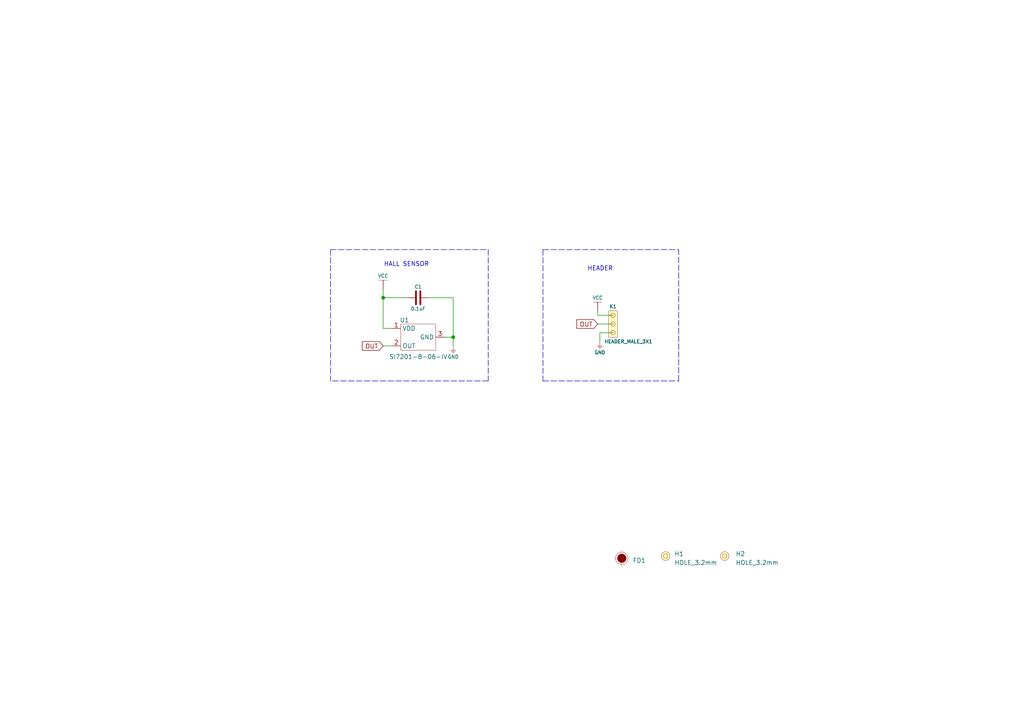
<source format=kicad_sch>
(kicad_sch (version 20210126) (generator eeschema)

  (paper "A4")

  (lib_symbols
    (symbol "e-radionica.com schematics:0603C" (pin_numbers hide) (pin_names (offset 0.002)) (in_bom yes) (on_board yes)
      (property "Reference" "C" (id 0) (at -0.635 3.175 0)
        (effects (font (size 1 1)))
      )
      (property "Value" "0603C" (id 1) (at 0 -3.175 0)
        (effects (font (size 1 1)))
      )
      (property "Footprint" "e-radionica.com footprinti:0603C" (id 2) (at 0 0 0)
        (effects (font (size 1 1)) hide)
      )
      (property "Datasheet" "" (id 3) (at 0 0 0)
        (effects (font (size 1 1)) hide)
      )
      (symbol "0603C_0_1"
        (polyline
          (pts
            (xy -0.635 1.905)
            (xy -0.635 -1.905)
          )
          (stroke (width 0.5)) (fill (type none))
        )
        (polyline
          (pts
            (xy 0.635 1.905)
            (xy 0.635 -1.905)
          )
          (stroke (width 0.5)) (fill (type none))
        )
      )
      (symbol "0603C_1_1"
        (pin passive line (at 3.175 0 180) (length 2.54)
          (name "~" (effects (font (size 1.27 1.27))))
          (number "2" (effects (font (size 1.27 1.27))))
        )
        (pin passive line (at -3.175 0 0) (length 2.54)
          (name "~" (effects (font (size 1.27 1.27))))
          (number "1" (effects (font (size 1.27 1.27))))
        )
      )
    )
    (symbol "e-radionica.com schematics:Fiducial_Stencil" (pin_numbers hide) (pin_names hide) (in_bom yes) (on_board yes)
      (property "Reference" "FD?" (id 0) (at 0 3.048 0)
        (effects (font (size 1.27 1.27)))
      )
      (property "Value" "Fiducial_Stencil" (id 1) (at 0 -2.794 0)
        (effects (font (size 1.27 1.27)) hide)
      )
      (property "Footprint" "e-radionica.com footprinti:FIDUCIAL_1MM_PASTE" (id 2) (at 0 -6.35 0)
        (effects (font (size 1.27 1.27)) hide)
      )
      (property "Datasheet" "" (id 3) (at 0 0 0)
        (effects (font (size 1.27 1.27)) hide)
      )
      (symbol "Fiducial_Stencil_0_1"
        (circle (center 0 0) (radius 1.7961) (stroke (width 0.0006)) (fill (type none)))
        (circle (center 0 0) (radius 1.27) (stroke (width 0.001)) (fill (type outline)))
        (polyline
          (pts
            (xy 1.778 0)
            (xy 2.032 0)
          )
          (stroke (width 0.0006)) (fill (type none))
        )
        (polyline
          (pts
            (xy 0 1.778)
            (xy 0 2.032)
          )
          (stroke (width 0.0006)) (fill (type none))
        )
        (polyline
          (pts
            (xy -1.778 0)
            (xy -2.032 0)
          )
          (stroke (width 0.0006)) (fill (type none))
        )
        (polyline
          (pts
            (xy 0 -1.778)
            (xy 0 -2.032)
          )
          (stroke (width 0.0006)) (fill (type none))
        )
      )
    )
    (symbol "e-radionica.com schematics:GND" (power) (pin_names (offset 0)) (in_bom yes) (on_board yes)
      (property "Reference" "#PWR" (id 0) (at 4.445 0 0)
        (effects (font (size 1 1)) hide)
      )
      (property "Value" "GND" (id 1) (at 0 -2.921 0)
        (effects (font (size 1 1)))
      )
      (property "Footprint" "" (id 2) (at 4.445 3.81 0)
        (effects (font (size 1 1)) hide)
      )
      (property "Datasheet" "" (id 3) (at 4.445 3.81 0)
        (effects (font (size 1 1)) hide)
      )
      (property "ki_keywords" "power-flag" (id 4) (at 0 0 0)
        (effects (font (size 1.27 1.27)) hide)
      )
      (property "ki_description" "Power symbol creates a global label with name \"+3V3\"" (id 5) (at 0 0 0)
        (effects (font (size 1.27 1.27)) hide)
      )
      (symbol "GND_0_1"
        (polyline
          (pts
            (xy 0 0)
            (xy 0 -1.27)
          )
          (stroke (width 0.0006)) (fill (type none))
        )
        (polyline
          (pts
            (xy -0.762 -1.27)
            (xy 0.762 -1.27)
          )
          (stroke (width 0.0006)) (fill (type none))
        )
        (polyline
          (pts
            (xy -0.381 -1.778)
            (xy 0.381 -1.778)
          )
          (stroke (width 0.0006)) (fill (type none))
        )
        (polyline
          (pts
            (xy -0.127 -2.032)
            (xy 0.127 -2.032)
          )
          (stroke (width 0.0006)) (fill (type none))
        )
        (polyline
          (pts
            (xy -0.635 -1.524)
            (xy 0.635 -1.524)
          )
          (stroke (width 0.0006)) (fill (type none))
        )
      )
      (symbol "GND_1_1"
        (pin power_in line (at 0 0 270) (length 0) hide
          (name "GND" (effects (font (size 1.27 1.27))))
          (number "1" (effects (font (size 1.27 1.27))))
        )
      )
    )
    (symbol "e-radionica.com schematics:HEADER_MALE_3X1" (pin_numbers hide) (pin_names hide) (in_bom yes) (on_board yes)
      (property "Reference" "K" (id 0) (at -0.635 5.08 0)
        (effects (font (size 1 1)))
      )
      (property "Value" "HEADER_MALE_3X1" (id 1) (at 0 -5.08 0)
        (effects (font (size 1 1)))
      )
      (property "Footprint" "e-radionica.com footprinti:HEADER_MALE_3X1" (id 2) (at 0 -7.62 0)
        (effects (font (size 1 1)) hide)
      )
      (property "Datasheet" "" (id 3) (at 0 -2.54 0)
        (effects (font (size 1 1)) hide)
      )
      (symbol "HEADER_MALE_3X1_0_1"
        (circle (center 0 -2.54) (radius 0.635) (stroke (width 0.0006)) (fill (type none)))
        (circle (center 0 0) (radius 0.635) (stroke (width 0.0006)) (fill (type none)))
        (circle (center 0 2.54) (radius 0.635) (stroke (width 0.0006)) (fill (type none)))
        (rectangle (start 1.27 -3.81) (end -1.27 3.81)
          (stroke (width 0.001)) (fill (type background))
        )
      )
      (symbol "HEADER_MALE_3X1_1_1"
        (pin passive line (at 0 -2.54 180) (length 0)
          (name "~" (effects (font (size 1 1))))
          (number "1" (effects (font (size 1 1))))
        )
        (pin passive line (at 0 0 180) (length 0)
          (name "~" (effects (font (size 1 1))))
          (number "2" (effects (font (size 1 1))))
        )
        (pin passive line (at 0 2.54 180) (length 0)
          (name "~" (effects (font (size 1 1))))
          (number "3" (effects (font (size 1 1))))
        )
      )
    )
    (symbol "e-radionica.com schematics:HOLE_3.2mm" (pin_numbers hide) (pin_names hide) (in_bom yes) (on_board yes)
      (property "Reference" "H" (id 0) (at 0 2.54 0)
        (effects (font (size 1.27 1.27)))
      )
      (property "Value" "HOLE_3.2mm" (id 1) (at 0 -2.54 0)
        (effects (font (size 1.27 1.27)))
      )
      (property "Footprint" "e-radionica.com footprinti:HOLE_3.2mm" (id 2) (at 0 0 0)
        (effects (font (size 1.27 1.27)) hide)
      )
      (property "Datasheet" "" (id 3) (at 0 0 0)
        (effects (font (size 1.27 1.27)) hide)
      )
      (symbol "HOLE_3.2mm_0_1"
        (circle (center 0 0) (radius 1.27) (stroke (width 0.001)) (fill (type background)))
        (circle (center 0 0) (radius 0.635) (stroke (width 0.0006)) (fill (type none)))
      )
    )
    (symbol "e-radionica.com schematics:SI7201-B-06-IV" (in_bom yes) (on_board yes)
      (property "Reference" "U" (id 0) (at -3.81 5.08 0)
        (effects (font (size 1.27 1.27)))
      )
      (property "Value" "SI7201-B-06-IV" (id 1) (at 0 -5.08 0)
        (effects (font (size 1.27 1.27)))
      )
      (property "Footprint" "e-radionica.com footprinti:SOT-23-3" (id 2) (at 0 -7.62 0)
        (effects (font (size 1.27 1.27)) hide)
      )
      (property "Datasheet" "" (id 3) (at 0 0 0)
        (effects (font (size 1.27 1.27)) hide)
      )
      (symbol "SI7201-B-06-IV_0_1"
        (rectangle (start -5.08 3.81) (end 5.08 -3.81)
          (stroke (width 0.0006)) (fill (type none))
        )
      )
      (symbol "SI7201-B-06-IV_1_1"
        (pin power_in line (at -7.62 2.54 0) (length 2.54)
          (name "VDD" (effects (font (size 1.27 1.27))))
          (number "1" (effects (font (size 1.27 1.27))))
        )
        (pin output line (at -7.62 -2.54 0) (length 2.54)
          (name "OUT" (effects (font (size 1.27 1.27))))
          (number "2" (effects (font (size 1.27 1.27))))
        )
        (pin power_in line (at 7.62 0 180) (length 2.54)
          (name "GND" (effects (font (size 1.27 1.27))))
          (number "3" (effects (font (size 1.27 1.27))))
        )
      )
    )
    (symbol "e-radionica.com schematics:VCC" (power) (pin_names (offset 0)) (in_bom yes) (on_board yes)
      (property "Reference" "#PWR" (id 0) (at 4.445 0 0)
        (effects (font (size 1 1)) hide)
      )
      (property "Value" "VCC" (id 1) (at 0 3.556 0)
        (effects (font (size 1 1)))
      )
      (property "Footprint" "" (id 2) (at 4.445 3.81 0)
        (effects (font (size 1 1)) hide)
      )
      (property "Datasheet" "" (id 3) (at 4.445 3.81 0)
        (effects (font (size 1 1)) hide)
      )
      (property "ki_keywords" "power-flag" (id 4) (at 0 0 0)
        (effects (font (size 1.27 1.27)) hide)
      )
      (property "ki_description" "Power symbol creates a global label with name \"+3V3\"" (id 5) (at 0 0 0)
        (effects (font (size 1.27 1.27)) hide)
      )
      (symbol "VCC_0_1"
        (polyline
          (pts
            (xy 0 0)
            (xy 0 2.54)
          )
          (stroke (width 0)) (fill (type none))
        )
        (polyline
          (pts
            (xy -1.27 2.54)
            (xy 1.27 2.54)
          )
          (stroke (width 0.0006)) (fill (type none))
        )
      )
      (symbol "VCC_1_1"
        (pin power_in line (at 0 0 90) (length 0) hide
          (name "VCC" (effects (font (size 1.27 1.27))))
          (number "1" (effects (font (size 1.27 1.27))))
        )
      )
    )
  )

  (junction (at 111.125 86.36) (diameter 0.9144) (color 0 0 0 0))
  (junction (at 131.445 97.79) (diameter 0.9144) (color 0 0 0 0))

  (wire (pts (xy 111.125 83.82) (xy 111.125 86.36))
    (stroke (width 0) (type solid) (color 0 0 0 0))
    (uuid 7802b948-9379-40db-b159-a67fc1bbe75c)
  )
  (wire (pts (xy 111.125 86.36) (xy 111.125 95.25))
    (stroke (width 0) (type solid) (color 0 0 0 0))
    (uuid 7802b948-9379-40db-b159-a67fc1bbe75c)
  )
  (wire (pts (xy 111.125 86.36) (xy 118.11 86.36))
    (stroke (width 0) (type solid) (color 0 0 0 0))
    (uuid fe30e30f-118b-4bc7-89ec-9beb49197aa5)
  )
  (wire (pts (xy 111.125 95.25) (xy 113.665 95.25))
    (stroke (width 0) (type solid) (color 0 0 0 0))
    (uuid 7802b948-9379-40db-b159-a67fc1bbe75c)
  )
  (wire (pts (xy 111.125 100.33) (xy 113.665 100.33))
    (stroke (width 0) (type solid) (color 0 0 0 0))
    (uuid dfeeb048-8356-4fff-9039-c10669f741f0)
  )
  (wire (pts (xy 124.46 86.36) (xy 131.445 86.36))
    (stroke (width 0) (type solid) (color 0 0 0 0))
    (uuid 38fdcc20-988f-49da-b2bc-eebafb71f54e)
  )
  (wire (pts (xy 128.905 97.79) (xy 131.445 97.79))
    (stroke (width 0) (type solid) (color 0 0 0 0))
    (uuid b8fb89ea-3bc7-4abf-b631-6f1b5c0fbc84)
  )
  (wire (pts (xy 131.445 86.36) (xy 131.445 97.79))
    (stroke (width 0) (type solid) (color 0 0 0 0))
    (uuid 38fdcc20-988f-49da-b2bc-eebafb71f54e)
  )
  (wire (pts (xy 131.445 97.79) (xy 131.445 100.33))
    (stroke (width 0) (type solid) (color 0 0 0 0))
    (uuid b8fb89ea-3bc7-4abf-b631-6f1b5c0fbc84)
  )
  (wire (pts (xy 173.355 91.44) (xy 173.355 90.17))
    (stroke (width 0) (type solid) (color 0 0 0 0))
    (uuid ee18a6b6-4a07-451d-b486-e139280d3fb4)
  )
  (wire (pts (xy 173.355 93.98) (xy 177.8 93.98))
    (stroke (width 0) (type solid) (color 0 0 0 0))
    (uuid ecde8491-5f0b-488d-abfd-edd28e3b895d)
  )
  (wire (pts (xy 173.99 96.52) (xy 173.99 99.06))
    (stroke (width 0) (type solid) (color 0 0 0 0))
    (uuid 73f09e63-9ff6-4e00-aab1-6e51a032380a)
  )
  (wire (pts (xy 177.8 91.44) (xy 173.355 91.44))
    (stroke (width 0) (type solid) (color 0 0 0 0))
    (uuid ee18a6b6-4a07-451d-b486-e139280d3fb4)
  )
  (wire (pts (xy 177.8 96.52) (xy 173.99 96.52))
    (stroke (width 0) (type solid) (color 0 0 0 0))
    (uuid 73f09e63-9ff6-4e00-aab1-6e51a032380a)
  )
  (polyline (pts (xy 95.885 72.39) (xy 95.885 110.49))
    (stroke (width 0) (type dash) (color 0 0 0 0))
    (uuid 3267ad2b-435d-4bf1-9d17-8eb52920ec88)
  )
  (polyline (pts (xy 95.885 72.39) (xy 141.605 72.39))
    (stroke (width 0) (type dash) (color 0 0 0 0))
    (uuid 3267ad2b-435d-4bf1-9d17-8eb52920ec88)
  )
  (polyline (pts (xy 141.605 72.39) (xy 141.605 110.49))
    (stroke (width 0) (type dash) (color 0 0 0 0))
    (uuid 3267ad2b-435d-4bf1-9d17-8eb52920ec88)
  )
  (polyline (pts (xy 141.605 110.49) (xy 95.885 110.49))
    (stroke (width 0) (type dash) (color 0 0 0 0))
    (uuid 3267ad2b-435d-4bf1-9d17-8eb52920ec88)
  )
  (polyline (pts (xy 157.48 72.39) (xy 157.48 110.49))
    (stroke (width 0) (type dash) (color 0 0 0 0))
    (uuid c853c7e6-9e1a-4676-b6ec-dba491d859dc)
  )
  (polyline (pts (xy 157.48 72.39) (xy 196.85 72.39))
    (stroke (width 0) (type dash) (color 0 0 0 0))
    (uuid c853c7e6-9e1a-4676-b6ec-dba491d859dc)
  )
  (polyline (pts (xy 157.48 110.49) (xy 196.85 110.49))
    (stroke (width 0) (type dash) (color 0 0 0 0))
    (uuid c853c7e6-9e1a-4676-b6ec-dba491d859dc)
  )
  (polyline (pts (xy 196.85 110.49) (xy 196.85 72.39))
    (stroke (width 0) (type dash) (color 0 0 0 0))
    (uuid c853c7e6-9e1a-4676-b6ec-dba491d859dc)
  )

  (text "HALL SENSOR" (at 124.46 77.47 180)
    (effects (font (size 1.27 1.27)) (justify right bottom))
    (uuid 118b80ff-fc8b-43dd-8b8a-20b8e6c7afe8)
  )
  (text "HEADER" (at 177.8 78.74 180)
    (effects (font (size 1.27 1.27)) (justify right bottom))
    (uuid b0a01b1c-82bb-4cc9-8e98-bdfe88d17f14)
  )

  (global_label "OUT" (shape input) (at 111.125 100.33 180)
    (effects (font (size 1.27 1.27)) (justify right))
    (uuid 02ef0231-5222-4cf4-95e8-e8407177689b)
    (property "Intersheet References" "${INTERSHEET_REFS}" (id 0) (at 103.5593 100.2506 0)
      (effects (font (size 1.27 1.27)) (justify right) hide)
    )
  )
  (global_label "OUT" (shape input) (at 173.355 93.98 180)
    (effects (font (size 1.27 1.27)) (justify right))
    (uuid 4777834d-f4c6-4113-8862-cc4864a85cd4)
    (property "Intersheet References" "${INTERSHEET_REFS}" (id 0) (at 165.7893 93.9006 0)
      (effects (font (size 1.27 1.27)) (justify right) hide)
    )
  )

  (symbol (lib_id "e-radionica.com schematics:GND") (at 131.445 100.33 0) (unit 1)
    (in_bom yes) (on_board yes)
    (uuid 03973133-1096-4830-b394-3cb46dc0469a)
    (property "Reference" "#PWR02" (id 0) (at 135.89 100.33 0)
      (effects (font (size 1 1)) hide)
    )
    (property "Value" "GND" (id 1) (at 131.445 103.505 0)
      (effects (font (size 1 1)))
    )
    (property "Footprint" "" (id 2) (at 135.89 96.52 0)
      (effects (font (size 1 1)) hide)
    )
    (property "Datasheet" "" (id 3) (at 135.89 96.52 0)
      (effects (font (size 1 1)) hide)
    )
    (pin "1" (uuid 4adeb464-f971-42a2-b25f-794ece033b2a))
  )

  (symbol (lib_id "e-radionica.com schematics:GND") (at 173.99 99.06 0) (unit 1)
    (in_bom yes) (on_board yes)
    (uuid 9691f1b1-2623-4d0a-a22e-a4e81cff0933)
    (property "Reference" "#PWR04" (id 0) (at 178.435 99.06 0)
      (effects (font (size 1 1)) hide)
    )
    (property "Value" "GND" (id 1) (at 173.99 102.235 0)
      (effects (font (size 1 1)))
    )
    (property "Footprint" "" (id 2) (at 178.435 95.25 0)
      (effects (font (size 1 1)) hide)
    )
    (property "Datasheet" "" (id 3) (at 178.435 95.25 0)
      (effects (font (size 1 1)) hide)
    )
    (pin "1" (uuid 4adeb464-f971-42a2-b25f-794ece033b2a))
  )

  (symbol (lib_id "e-radionica.com schematics:HOLE_3.2mm") (at 193.04 161.29 0) (unit 1)
    (in_bom yes) (on_board yes)
    (uuid 07a563ef-9392-43d7-a36a-bc336aa4879f)
    (property "Reference" "H1" (id 0) (at 195.58 160.655 0)
      (effects (font (size 1.27 1.27)) (justify left))
    )
    (property "Value" "HOLE_3.2mm" (id 1) (at 195.58 163.195 0)
      (effects (font (size 1.27 1.27)) (justify left))
    )
    (property "Footprint" "e-radionica.com footprinti:HOLE_3.2mm" (id 2) (at 193.04 161.29 0)
      (effects (font (size 1.27 1.27)) hide)
    )
    (property "Datasheet" "" (id 3) (at 193.04 161.29 0)
      (effects (font (size 1.27 1.27)) hide)
    )
  )

  (symbol (lib_id "e-radionica.com schematics:HOLE_3.2mm") (at 210.185 161.29 0) (unit 1)
    (in_bom yes) (on_board yes)
    (uuid fee2c5c2-63d4-4fc8-872d-1c65e21aa6df)
    (property "Reference" "H2" (id 0) (at 213.36 160.655 0)
      (effects (font (size 1.27 1.27)) (justify left))
    )
    (property "Value" "HOLE_3.2mm" (id 1) (at 213.36 163.195 0)
      (effects (font (size 1.27 1.27)) (justify left))
    )
    (property "Footprint" "e-radionica.com footprinti:HOLE_3.2mm" (id 2) (at 210.185 161.29 0)
      (effects (font (size 1.27 1.27)) hide)
    )
    (property "Datasheet" "" (id 3) (at 210.185 161.29 0)
      (effects (font (size 1.27 1.27)) hide)
    )
  )

  (symbol (lib_id "e-radionica.com schematics:VCC") (at 111.125 83.82 0) (unit 1)
    (in_bom yes) (on_board yes)
    (uuid b4ee1bdc-704c-40d0-8c18-4713d768c104)
    (property "Reference" "#PWR01" (id 0) (at 115.57 83.82 0)
      (effects (font (size 1 1)) hide)
    )
    (property "Value" "VCC" (id 1) (at 111.125 80.01 0)
      (effects (font (size 1 1)))
    )
    (property "Footprint" "" (id 2) (at 115.57 80.01 0)
      (effects (font (size 1 1)) hide)
    )
    (property "Datasheet" "" (id 3) (at 115.57 80.01 0)
      (effects (font (size 1 1)) hide)
    )
    (pin "1" (uuid b492cf6f-6b6f-49f5-8c82-2194e0e52c19))
  )

  (symbol (lib_id "e-radionica.com schematics:VCC") (at 173.355 90.17 0) (unit 1)
    (in_bom yes) (on_board yes)
    (uuid 8c6b2660-7f0a-4418-b353-a0f0ca1273e2)
    (property "Reference" "#PWR03" (id 0) (at 177.8 90.17 0)
      (effects (font (size 1 1)) hide)
    )
    (property "Value" "VCC" (id 1) (at 173.355 86.36 0)
      (effects (font (size 1 1)))
    )
    (property "Footprint" "" (id 2) (at 177.8 86.36 0)
      (effects (font (size 1 1)) hide)
    )
    (property "Datasheet" "" (id 3) (at 177.8 86.36 0)
      (effects (font (size 1 1)) hide)
    )
    (pin "1" (uuid b492cf6f-6b6f-49f5-8c82-2194e0e52c19))
  )

  (symbol (lib_id "e-radionica.com schematics:Fiducial_Stencil") (at 180.34 161.925 0) (unit 1)
    (in_bom yes) (on_board yes)
    (uuid 1b239691-52e9-4384-a49a-4685ef661b6d)
    (property "Reference" "FD1" (id 0) (at 183.515 162.56 0)
      (effects (font (size 1.27 1.27)) (justify left))
    )
    (property "Value" "Fiducial_Stencil" (id 1) (at 180.34 164.719 0)
      (effects (font (size 1.27 1.27)) hide)
    )
    (property "Footprint" "e-radionica.com footprinti:FIDUCIAL_1MM_PASTE" (id 2) (at 180.34 168.275 0)
      (effects (font (size 1.27 1.27)) hide)
    )
    (property "Datasheet" "" (id 3) (at 180.34 161.925 0)
      (effects (font (size 1.27 1.27)) hide)
    )
  )

  (symbol (lib_id "e-radionica.com schematics:HEADER_MALE_3X1") (at 177.8 93.98 0) (unit 1)
    (in_bom yes) (on_board yes)
    (uuid 6735f21c-333a-4a4c-9006-65ddb07d502f)
    (property "Reference" "K1" (id 0) (at 177.8 88.9 0)
      (effects (font (size 1 1)))
    )
    (property "Value" "HEADER_MALE_3X1" (id 1) (at 182.245 99.06 0)
      (effects (font (size 1 1)))
    )
    (property "Footprint" "e-radionica.com footprinti:HEADER_MALE_3X1" (id 2) (at 177.8 101.6 0)
      (effects (font (size 1 1)) hide)
    )
    (property "Datasheet" "" (id 3) (at 177.8 96.52 0)
      (effects (font (size 1 1)) hide)
    )
    (pin "1" (uuid 7be1326b-fe03-46ca-bb19-170aa05c74a5))
    (pin "2" (uuid 405c80c5-7377-441f-9460-230c8bfdcd86))
    (pin "3" (uuid 26104d68-0cbd-4f24-911f-1fa69669a586))
  )

  (symbol (lib_id "e-radionica.com schematics:0603C") (at 121.285 86.36 0) (unit 1)
    (in_bom yes) (on_board yes)
    (uuid 09718914-f035-4531-b5ca-bb17e5ac468b)
    (property "Reference" "C1" (id 0) (at 121.285 83.185 0)
      (effects (font (size 1 1)))
    )
    (property "Value" "0.1uF" (id 1) (at 121.285 89.535 0)
      (effects (font (size 1 1)))
    )
    (property "Footprint" "e-radionica.com footprinti:0603C" (id 2) (at 121.285 86.36 0)
      (effects (font (size 1 1)) hide)
    )
    (property "Datasheet" "" (id 3) (at 121.285 86.36 0)
      (effects (font (size 1 1)) hide)
    )
    (pin "2" (uuid 1e4e538d-1dca-40fd-93b8-783de0876b41))
    (pin "1" (uuid b66f3b5b-1b30-412d-8643-465cb77654ee))
  )

  (symbol (lib_id "e-radionica.com schematics:SI7201-B-06-IV") (at 121.285 97.79 0) (unit 1)
    (in_bom yes) (on_board yes)
    (uuid 9b3c248f-5697-47fa-887f-ecd12f187cb7)
    (property "Reference" "U1" (id 0) (at 117.3226 92.8624 0))
    (property "Value" "SI7201-B-06-IV" (id 1) (at 121.3358 103.4796 0))
    (property "Footprint" "e-radionica.com footprinti:SOT-23-3" (id 2) (at 121.285 105.41 0)
      (effects (font (size 1.27 1.27)) hide)
    )
    (property "Datasheet" "" (id 3) (at 121.285 97.79 0)
      (effects (font (size 1.27 1.27)) hide)
    )
    (pin "1" (uuid aa374f7b-fa08-42ce-8f53-0940ff03042d))
    (pin "2" (uuid c73b064b-3900-4b7a-9e01-85cceda14fb3))
    (pin "3" (uuid 0857911e-fde5-4fbf-8509-7f94dddb4cb6))
  )

  (sheet_instances
    (path "/" (page "1"))
  )

  (symbol_instances
    (path "/b4ee1bdc-704c-40d0-8c18-4713d768c104"
      (reference "#PWR01") (unit 1) (value "VCC") (footprint "")
    )
    (path "/03973133-1096-4830-b394-3cb46dc0469a"
      (reference "#PWR02") (unit 1) (value "GND") (footprint "")
    )
    (path "/8c6b2660-7f0a-4418-b353-a0f0ca1273e2"
      (reference "#PWR03") (unit 1) (value "VCC") (footprint "")
    )
    (path "/9691f1b1-2623-4d0a-a22e-a4e81cff0933"
      (reference "#PWR04") (unit 1) (value "GND") (footprint "")
    )
    (path "/09718914-f035-4531-b5ca-bb17e5ac468b"
      (reference "C1") (unit 1) (value "0.1uF") (footprint "e-radionica.com footprinti:0603C")
    )
    (path "/1b239691-52e9-4384-a49a-4685ef661b6d"
      (reference "FD1") (unit 1) (value "Fiducial_Stencil") (footprint "e-radionica.com footprinti:FIDUCIAL_1MM_PASTE")
    )
    (path "/07a563ef-9392-43d7-a36a-bc336aa4879f"
      (reference "H1") (unit 1) (value "HOLE_3.2mm") (footprint "e-radionica.com footprinti:HOLE_3.2mm")
    )
    (path "/fee2c5c2-63d4-4fc8-872d-1c65e21aa6df"
      (reference "H2") (unit 1) (value "HOLE_3.2mm") (footprint "e-radionica.com footprinti:HOLE_3.2mm")
    )
    (path "/6735f21c-333a-4a4c-9006-65ddb07d502f"
      (reference "K1") (unit 1) (value "HEADER_MALE_3X1") (footprint "e-radionica.com footprinti:HEADER_MALE_3X1")
    )
    (path "/9b3c248f-5697-47fa-887f-ecd12f187cb7"
      (reference "U1") (unit 1) (value "SI7201-B-06-IV") (footprint "e-radionica.com footprinti:SOT-23-3")
    )
  )
)

</source>
